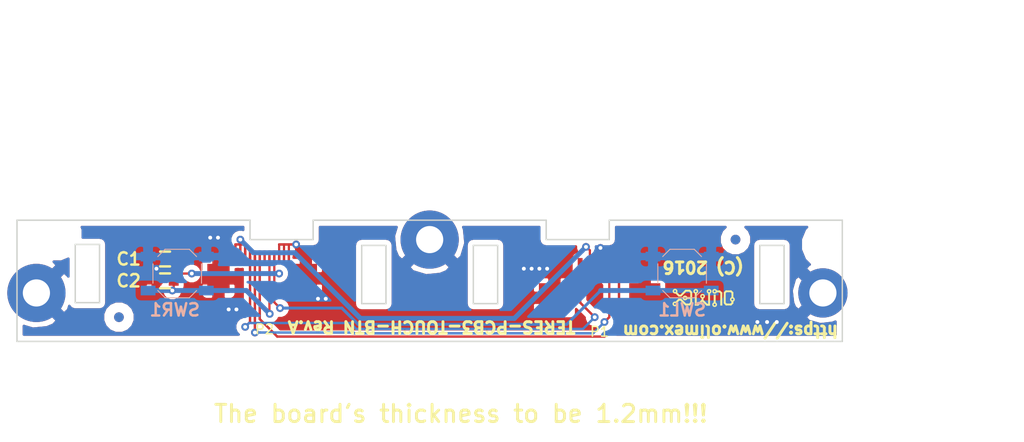
<source format=kicad_pcb>
(kicad_pcb (version 20211014) (generator pcbnew)
  (layers (0 "F.Cu" signal) (31 "B.Cu" signal) (34 "B.Paste" user) (35 "F.Paste" user) (36 "B.SilkS" user "B.Silkscreen") (37 "F.SilkS" user "F.Silkscreen") (38 "B.Mask" user) (39 "F.Mask" user) (44 "Edge.Cuts" user))
  (net 0 "")
  (net 1 "Net-(C1-Pad1)")
  (net 2 "GND")
  (net 3 "Net-(C2-Pad1)")
  (net 4 "Net-(P1-Pad2)")
  (net 5 "Net-(P1-Pad1)")
  (net 6 "Net-(P1-Pad4)")
  (net 7 "Net-(P1-Pad5)")
  (net 8 "Net-(P2-Pad7)")
  (footprint "OLIMEX_Other-FP:Mounting_hole_TERES" (layer "F.Cu") (at 76.5 80)
    (fp_text reference "MountingHole" hide)
    (fp_text value "Mounting_hole_3.3mm" hide)
    (pad "" thru_hole circle locked (at 0.5 0) (size 6 6) (drill 2.8) (layers *.Cu *.Mask) (net 2 "GND") (clearance 1.55))
  )
  (footprint "OLIMEX_Other-FP:Mounting_hole_TERES" (layer "F.Cu") (at 157.5 80)
    (fp_text reference "MountingHole" hide)
    (fp_text value "Mounting_hole_3.3mm" hide)
    (pad "" thru_hole circle locked (at 0.5 0) (size 5.08 5.08) (drill 2.8) (layers *.Cu *.Mask) (net 2 "GND") (clearance 1.55))
  )
  (footprint "OLIMEX_Other-FP:Mounting_hole_TERES" (layer "F.Cu") (at 117 74.5)
    (fp_text reference "MountingHole" hide)
    (fp_text value "Mounting_hole_3.3mm" hide)
    (pad "" thru_hole circle locked (at 0.5 0) (size 6 6) (drill 2.8) (layers *.Cu *.Mask) (net 2 "GND") (clearance 1.55))
  )
  (footprint "OLIMEX_Other-FP:Fiducial1x3_transp" (layer "F.Cu") (at 85.5 82.5)
    (fp_text reference "" (at 0 3) (layer "F.SilkS"))
    (fp_text value "")
    (pad "Fid1" connect circle locked (at 0 0) (size 1 1) (layers "F.Cu" "F.Mask") (clearance 1.016))
  )
  (footprint "OLIMEX_Other-FP:Fiducial1x3_transp" (layer "F.Cu") (at 149 74.5)
    (fp_text reference "" (at 0 3) (layer "F.SilkS"))
    (fp_text value "")
    (pad "Fid1" connect circle locked (at 0 0) (size 1 1) (layers "F.Cu" "F.Mask") (clearance 1.016))
  )
  (footprint "OLIMEX_RLC-FP:C_0603_5MIL_DWS" (layer "F.Cu") (at 90.25 76.5 180)
    (fp_text reference "C1" (at 3.75 0) (layer "F.SilkS") (effects (font (size 1.27 1.27) (thickness 0.254))))
    (fp_text value "10nF")
    (fp_line (start -0.508 -0.762) (end 0.508 -0.762) (layer "F.SilkS") (width 0.254))
    (fp_line (start -0.508 0.762) (end 0.508 0.762) (layer "F.SilkS") (width 0.254))
    (pad "1" smd rect locked (at -0.889 0 180) (size 1.016 1.016) (layers "F.Cu" "F.Paste" "F.Mask") (net 1 "Net-(C1-Pad1)") (clearance 0.0508))
    (pad "2" smd rect locked (at 0.889 0 180) (size 1.016 1.016) (layers "F.Cu" "F.Paste" "F.Mask") (net 2 "GND") (clearance 0.0508))
  )
  (footprint "OLIMEX_RLC-FP:C_0603_5MIL_DWS" (layer "F.Cu") (at 90.25 78.75 180)
    (fp_text reference "C2" (at 3.75 0 180) (layer "F.SilkS") (effects (font (size 1.27 1.27) (thickness 0.254))))
    (fp_text value "10nF")
    (fp_line (start -0.508 -0.762) (end 0.508 -0.762) (layer "F.SilkS") (width 0.254))
    (fp_line (start -0.508 0.762) (end 0.508 0.762) (layer "F.SilkS") (width 0.254))
    (pad "1" smd rect locked (at -0.889 0 180) (size 1.016 1.016) (layers "F.Cu" "F.Paste" "F.Mask") (net 3 "Net-(C2-Pad1)") (clearance 0.0508))
    (pad "2" smd rect locked (at 0.889 0 180) (size 1.016 1.016) (layers "F.Cu" "F.Paste" "F.Mask") (net 2 "GND") (clearance 0.0508))
  )
  (footprint "OLIMEX_Connectors-FP:FLEXCON-0.5-12" (layer "F.Cu") (at 100.25 80.5)
    (fp_text reference "P2" (at 0.25 3.25 180) (layer "F.SilkS"))
    (fp_text value "CONN_01X12")
    (pad "0" smd rect locked (at -4.5 -2) (size 2.3 3) (layers "F.Cu" "F.Paste" "F.Mask") (net 2 "GND"))
    (pad "0" smd rect locked (at 4.5 -2) (size 2.3 3) (layers "F.Cu" "F.Paste" "F.Mask") (net 2 "GND"))
    (pad "1" smd rect locked (at -2.75 -4.25) (size 0.25 1.3) (layers "F.Cu" "F.Paste" "F.Mask") (net 4 "Net-(P1-Pad2)"))
    (pad "2" smd rect locked (at -2.25 -4.25) (size 0.25 1.3) (layers "F.Cu" "F.Paste" "F.Mask") (net 4 "Net-(P1-Pad2)"))
    (pad "3" smd rect locked (at -1.75 -4.25) (size 0.25 1.3) (layers "F.Cu" "F.Paste" "F.Mask") (net 4 "Net-(P1-Pad2)"))
    (pad "4" smd rect locked (at -1.25 -4.25) (size 0.25 1.3) (layers "F.Cu" "F.Paste" "F.Mask") (net 5 "Net-(P1-Pad1)"))
    (pad "5" smd rect locked (at -0.75 -4.25) (size 0.25 1.3) (layers "F.Cu" "F.Paste" "F.Mask") (net 6 "Net-(P1-Pad4)"))
    (pad "6" smd rect locked (at -0.25 -4.25) (size 0.25 1.3) (layers "F.Cu" "F.Paste" "F.Mask") (net 7 "Net-(P1-Pad5)"))
    (pad "7" smd rect locked (at 0.25 -4.25) (size 0.25 1.3) (layers "F.Cu" "F.Paste" "F.Mask") (net 8 "Net-(P2-Pad7)"))
    (pad "8" smd rect locked (at 0.75 -4.25) (size 0.25 1.3) (layers "F.Cu" "F.Paste" "F.Mask") (net 3 "Net-(C2-Pad1)"))
    (pad "9" smd rect locked (at 1.25 -4.25) (size 0.25 1.3) (layers "F.Cu" "F.Paste" "F.Mask") (net 1 "Net-(C1-Pad1)"))
    (pad "10" smd rect locked (at 1.75 -4.25) (size 0.25 1.3) (layers "F.Cu" "F.Paste" "F.Mask") (net 2 "GND"))
    (pad "11" smd rect locked (at 2.25 -4.25) (size 0.25 1.3) (layers "F.Cu" "F.Paste" "F.Mask") (net 2 "GND"))
    (pad "12" smd rect locked (at 2.75 -4.25) (size 0.25 1.3) (layers "F.Cu" "F.Paste" "F.Mask") (net 2 "GND"))
  )
  (footprint "OLIMEX_Other-FP:NPTH_2.2mm" (layer "F.Cu") (at 79 74)
    (fp_text reference "MountingHole" hide)
    (fp_text value "Mounting_hole_2.5mm" hide)
    (pad "" np_thru_hole circle locked (at 0 0) (size 2.2 2.2) (drill 2.2) (layers *.Cu *.Mask) (clearance 1.55))
  )
  (footprint "OLIMEX_Other-FP:NPTH_2.2mm" (layer "F.Cu") (at 158.5 75)
    (fp_text reference "MountingHole" hide)
    (fp_text value "Mounting_hole_2.5mm" hide)
    (pad "" np_thru_hole circle locked (at 0 0) (size 2.2 2.2) (drill 2.2) (layers *.Cu *.Mask) (clearance 1.55))
  )
  (footprint "OLIMEX_Other-FP:via_04_055" (layer "F.Cu") (at 153.25 83)
    (fp_text reference "" hide)
    (fp_text value "")
    (pad "0" thru_hole circle locked (at 0 0) (size 0.55 0.55) (drill 0.4) (layers *.Cu) (net 2 "GND"))
  )
  (footprint "OLIMEX_Other-FP:via_04_055" (layer "F.Cu") (at 152.25 83)
    (fp_text reference "" hide)
    (fp_text value "")
    (pad "0" thru_hole circle locked (at 0 0) (size 0.55 0.55) (drill 0.4) (layers *.Cu) (net 2 "GND"))
  )
  (footprint "OLIMEX_Other-FP:via_04_055" (layer "F.Cu") (at 151.25 83)
    (fp_text reference "" hide)
    (fp_text value "")
    (pad "0" thru_hole circle locked (at 0 0) (size 0.55 0.55) (drill 0.4) (layers *.Cu) (net 2 "GND"))
  )
  (footprint "OLIMEX_Other-FP:via_04_055" (layer "F.Cu") (at 127.2 77.5)
    (fp_text reference "" hide)
    (fp_text value "")
    (pad "0" thru_hole circle locked (at 0 0) (size 0.55 0.55) (drill 0.4) (layers *.Cu) (net 2 "GND"))
  )
  (footprint "OLIMEX_Other-FP:via_04_055" (layer "F.Cu") (at 128 77.5)
    (fp_text reference "" hide)
    (fp_text value "")
    (pad "0" thru_hole circle locked (at 0 0) (size 0.55 0.55) (drill 0.4) (layers *.Cu) (net 2 "GND"))
  )
  (footprint "OLIMEX_Other-FP:via_04_055" (layer "F.Cu") (at 129.6 77.5)
    (fp_text reference "" hide)
    (fp_text value "")
    (pad "0" thru_hole circle locked (at 0 0) (size 0.55 0.55) (drill 0.4) (layers *.Cu) (net 2 "GND"))
  )
  (footprint "OLIMEX_Other-FP:via_04_055" (layer "F.Cu") (at 128.8 77.5)
    (fp_text reference "" hide)
    (fp_text value "")
    (pad "0" thru_hole circle locked (at 0 0) (size 0.55 0.55) (drill 0.4) (layers *.Cu) (net 2 "GND"))
  )
  (footprint "OLIMEX_Other-FP:via_04_055" (layer "F.Cu") (at 97.6 81.7)
    (fp_text reference "" hide)
    (fp_text value "")
    (pad "0" thru_hole circle locked (at 0 0) (size 0.55 0.55) (drill 0.4) (layers *.Cu) (net 2 "GND"))
  )
  (footprint "OLIMEX_Other-FP:via_04_055" (layer "F.Cu") (at 96.8 81.7)
    (fp_text reference "" hide)
    (fp_text value "")
    (pad "0" thru_hole circle locked (at 0 0) (size 0.55 0.55) (drill 0.4) (layers *.Cu) (net 2 "GND"))
  )
  (footprint "OLIMEX_Other-FP:via_04_055" (layer "F.Cu") (at 106.8 80.6)
    (fp_text reference "" hide)
    (fp_text value "")
    (pad "0" thru_hole circle locked (at 0 0) (size 0.55 0.55) (drill 0.4) (layers *.Cu) (net 2 "GND"))
  )
  (footprint "OLIMEX_Other-FP:via_04_055" (layer "F.Cu") (at 106 80.6)
    (fp_text reference "" hide)
    (fp_text value "")
    (pad "0" thru_hole circle locked (at 0 0) (size 0.55 0.55) (drill 0.4) (layers *.Cu) (net 2 "GND"))
  )
  (footprint "OLIMEX_Other-FP:via_04_055" (layer "F.Cu") (at 95.7 74.3)
    (fp_text reference "" hide)
    (fp_text value "")
    (pad "0" thru_hole circle locked (at 0 0) (size 0.55 0.55) (drill 0.4) (layers *.Cu) (net 2 "GND"))
  )
  (footprint "OLIMEX_Other-FP:via_04_055" (layer "F.Cu") (at 94.9 74.3)
    (fp_text reference "" hide)
    (fp_text value "")
    (pad "0" thru_hole circle locked (at 0 0) (size 0.55 0.55) (drill 0.4) (layers *.Cu) (net 2 "GND"))
  )
  (footprint "OLIMEX_LOGOs-FP:OLIMEX_LOGO_SMALL_TB" (layer "F.Cu") (at 145.7325 80.518 180)
    (fp_text reference "")
    (fp_text value "")
    (fp_line (start 1.2954 0.0127) (end 1.2954 -0.4953) (layer "F.SilkS") (width 0.2))
    (fp_line (start -0.64008 -0.69596) (end -0.64008 -0.79248) (layer "F.SilkS") (width 0.0127))
    (fp_line (start 0.9017 -0.7747) (end 0.9017 -0.75946) (layer "F.SilkS") (width 0.0127))
    (fp_line (start 1.8542 0.7493) (end 1.4605 0.7493) (layer "F.SilkS") (width 0.2))
    (fp_line (start 0.91948 -0.79248) (end 0.91948 -0.69596) (layer "F.SilkS") (width 0.0127))
    (fp_line (start -1.8034 -0.6731) (end -1.8034 0.508) (layer "F.SilkS") (width 0.2))
    (fp_line (start 0.6096 -0.6985) (end 0.8255 -0.6985) (layer "F.SilkS") (width 0.2))
    (fp_line (start 0.83312 -0.79248) (end 0.91948 -0.79248) (layer "F.SilkS") (width 0.0127))
    (fp_line (start -1.87706 -0.74422) (end -1.8288 -0.74422) (layer "F.SilkS") (width 0.0625))
    (fp_line (start -1.1176 -0.4572) (end -1.1176 0.254) (layer "F.SilkS") (width 0.2))
    (fp_line (start -1.8923 0.5588) (end -1.905 0.5334) (layer "F.SilkS") (width 0.01))
    (fp_line (start -1.905 -0.7747) (end -1.905 0.5207) (layer "F.SilkS") (width 0.01))
    (fp_line (start -0.58674 -0.77978) (end -0.63246 -0.77978) (layer "F.SilkS") (width 0.0127))
    (fp_line (start 0.88646 -0.77216) (end 0.90678 -0.77216) (layer "F.SilkS") (width 0.0127))
    (fp_line (start 1.4605 0.7493) (end 1.2954 0.5715) (layer "F.SilkS") (width 0.2))
    (fp_line (start -1.21158 0.31496) (end -1.0287 0.31496) (layer "F.SilkS") (width 0.0127))
    (fp_line (start 1.2954 0.5715) (end 1.2954 0) (layer "F.SilkS") (width 0.2))
    (fp_line (start 0.8255 -0.6985) (end 0.8255 0.4318) (layer "F.SilkS") (width 0.2))
    (fp_line (start 0.90932 -0.77724) (end 0.90932 -0.74676) (layer "F.SilkS") (width 0.0127))
    (fp_line (start 2.8448 0.5334) (end 2.5527 0.2413) (layer "F.SilkS") (width 0.2))
    (fp_line (start 2.5654 -0.1778) (end 2.8194 -0.4318) (layer "F.SilkS") (width 0.2))
    (fp_line (start -1.8034 0.508) (end -1.6256 0.6731) (layer "F.SilkS") (width 0.2))
    (fp_line (start -1.21412 0.35306) (end -1.21412 -0.4699) (layer "F.SilkS") (width 0.0127))
    (fp_line (start -2.159 -0.4826) (end -2.159 0.5207) (layer "F.SilkS") (width 0.2))
    (fp_line (start -0.62738 -0.76708) (end -0.61214 -0.76708) (layer "F.SilkS") (width 0.0127))
    (fp_line (start -1.905 0.5461) (end -1.6637 0.7747) (layer "F.SilkS") (width 0.01))
    (fp_line (start 1.2954 -0.4953) (end 1.4732 -0.6731) (layer "F.SilkS") (width 0.2))
    (fp_line (start -0.3175 -0.6985) (end 0.127 -0.254) (layer "F.SilkS") (width 0.2))
    (fp_line (start -2.3114 -0.6713) (end -2.159 -0.5207) (layer "F.SilkS") (width 0.2))
    (fp_line (start 1.7272 0) (end 1.2954 0) (layer "F.SilkS") (width 0.2))
    (fp_line (start -1.21158 0.30226) (end -1.02616 0.30226) (layer "F.SilkS") (width 0.0127))
    (fp_line (start -0.5461 0.4699) (end -0.5461 -0.6985) (layer "F.SilkS") (width 0.2))
    (fp_line (start -1.651 0.7747) (end -1.6637 0.762) (layer "F.SilkS") (width 0.01))
    (fp_line (start -1.8034 -0.7747) (end -1.7018 -0.7747) (layer "F.SilkS") (width 0.01))
    (fp_line (start 1.4732 -0.6731) (end 1.8669 -0.6731) (layer "F.SilkS") (width 0.2))
    (fp_line (start -2.9464 -0.3556) (end -2.9464 -0.5207) (layer "F.SilkS") (width 0.2))
    (fp_line (start 1.8669 -0.6731) (end 2.3622 -0.1778) (layer "F.SilkS") (width 0.2))
    (fp_line (start -2.794 -0.6731) (end -2.3114 -0.6731) (layer "F.SilkS") (width 0.2))
    (fp_line (start 0.87376 -0.78232) (end 0.91186 -0.78232) (layer "F.SilkS") (width 0.0127))
    (fp_line (start -0.62992 -0.7874) (end -0.62992 -0.74676) (layer "F.SilkS") (width 0.0127))
    (fp_line (start -1.6637 0.7747) (end -1.3462 0.7747) (layer "F.SilkS") (width 0.01))
    (fp_line (start -1.21158 0.32766) (end -1.0287 0.32766) (layer "F.SilkS") (width 0.0127))
    (fp_line (start -1.20904 0.34036) (end -1.02616 0.34036) (layer "F.SilkS") (width 0.0127))
    (fp_line (start -1.7018 -0.7747) (end -1.7018 0.4826) (layer "F.SilkS") (width 0.01))
    (fp_line (start -1.905 0.5207) (end -1.905 0.5334) (layer "F.SilkS") (width 0.01))
    (fp_line (start -2.794 0.6858) (end -2.9464 0.5461) (layer "F.SilkS") (width 0.2))
    (fp_line (start -1.905 0.5334) (end -1.905 0.5461) (layer "F.SilkS") (width 0.01))
    (fp_line (start -1.8034 -0.7747) (end -1.905 -0.7747) (layer "F.SilkS") (width 0.01))
    (fp_line (start -1.6256 0.6731) (end -1.3462 0.6731) (layer "F.SilkS") (width 0.2))
    (fp_line (start 2.3622 0.2413) (end 1.8542 0.7493) (layer "F.SilkS") (width 0.2))
    (fp_line (start -1.02362 0.25654) (end -1.02362 0.35306) (layer "F.SilkS") (width 0.0127))
    (fp_line (start 0.127 -0.254) (end 0.127 -0.0508) (layer "F.SilkS") (width 0.2))
    (fp_line (start 2.5527 0.2413) (end 2.3622 0.2413) (layer "F.SilkS") (width 0.2))
    (fp_line (start -1.02362 0.35306) (end -1.21412 0.35306) (layer "F.SilkS") (width 0.0127))
    (fp_line (start -0.64008 -0.79248) (end -0.31242 -0.79248) (layer "F.SilkS") (width 0.0127))
    (fp_line (start -2.2987 0.6858) (end -2.794 0.6858) (layer "F.SilkS") (width 0.2))
    (fp_line (start 0.127 -0.2286) (end 0.6096 -0.6985) (layer "F.SilkS") (width 0.2))
    (fp_line (start -1.78054 -0.74168) (end -1.73228 -0.74168) (layer "F.SilkS") (width 0.0625))
    (fp_line (start -0.5461 -0.6985) (end -0.3175 -0.6985) (layer "F.SilkS") (width 0.2))
    (fp_line (start -1.89738 -0.77216) (end -1.89738 -0.6985) (layer "F.SilkS") (width 0.0127))
    (fp_line (start -2.9464 0.0762) (end -2.9464 0.5207) (layer "F.SilkS") (width 0.2))
    (fp_line (start -2.2987 0.6858) (end -2.159 0.5461) (layer "F.SilkS") (width 0.2))
    (fp_line (start -2.9464 -0.5207) (end -2.794 -0.6731) (layer "F.SilkS") (width 0.2))
    (fp_line (start -1.71196 -0.77216) (end -1.71196 -0.69342) (layer "F.SilkS") (width 0.0127))
    (fp_line (start 2.3622 -0.1778) (end 2.5654 -0.1778) (layer "F.SilkS") (width 0.2))
    (fp_circle (center 0.127 0.1778) (end 0.2286 0.0381) (layer "F.SilkS") (width 0.15) (fill none))
    (fp_circle (center -0.5461 0.6858) (end -0.4445 0.5461) (layer "F.SilkS") (width 0.15) (fill none))
    (fp_circle (center 2.9591 0.6985) (end 3.0607 0.5588) (layer "F.SilkS") (width 0.15) (fill none))
    (fp_circle (center 2.9718 -0.6096) (end 3.0734 -0.7493) (layer "F.SilkS") (width 0.15) (fill none))
    (fp_circle (center 1.9304 0) (end 2.032 -0.1397) (layer "F.SilkS") (width 0.15) (fill none))
    (fp_circle (center -1.1176 -0.6858) (end -1.016 -0.8255) (layer "F.SilkS") (width 0.15) (fill none))
    (fp_circle (center 0.8255 0.6858) (end 0.9271 0.5461) (layer "F.SilkS") (width 0.15) (fill none))
    (fp_circle (center -1.1176 0.6858) (end -1.016 0.5461) (layer "F.SilkS") (width 0.15) (fill none))
    (fp_circle (center -2.9464 -0.1524) (end -2.8448 -0.2921) (layer "F.SilkS") (width 0.15) (fill none))
  )
  (footprint "OLIMEX_Connectors-FP:FLEXCONN-WZA25-05" (layer "F.Cu") (at 135 82)
    (fp_text reference "P1" (at 0 2 180) (layer "F.SilkS"))
    (fp_text value "CONN_01X05")
    (pad "0" smd rect locked (at -4.65 -1.5) (size 3.2 3) (layers "F.Cu" "F.Paste" "F.Mask") (net 2 "GND"))
    (pad "0" smd rect locked (at 4.65 -1.5) (size 3.2 3) (layers "F.Cu" "F.Paste" "F.Mask") (net 2 "GND"))
    (pad "1" smd rect locked (at -2 -4.5) (size 0.5 2.2) (layers "F.Cu" "F.Paste" "F.Mask") (net 5 "Net-(P1-Pad1)"))
    (pad "2" smd rect locked (at -1 -4.5) (size 0.5 2.2) (layers "F.Cu" "F.Paste" "F.Mask") (net 4 "Net-(P1-Pad2)"))
    (pad "3" smd rect locked (at 0 -4.5) (size 0.5 2.2) (layers "F.Cu" "F.Paste" "F.Mask") (net 2 "GND"))
    (pad "4" smd rect locked (at 1 -4.5) (size 0.5 2.2) (layers "F.Cu" "F.Paste" "F.Mask") (net 6 "Net-(P1-Pad4)"))
    (pad "5" smd rect locked (at 2 -4.5) (size 0.5 2.2) (layers "F.Cu" "F.Paste" "F.Mask") (net 7 "Net-(P1-Pad5)"))
  )
  (footprint "OLIMEX_Other-FP:Fiducial1x3_transp" (layer "B.Cu") (at 149 74.5)
    (fp_text reference "" (at 0 -3) (layer "B.SilkS") (effects (justify mirror)))
    (fp_text value "")
    (pad "Fid1" connect circle locked (at 0 0) (size 1 1) (layers "B.Cu" "B.Mask") (clearance 1.016))
  )
  (footprint "OLIMEX_Other-FP:Fiducial1x3_transp" (layer "B.Cu") (at 85.5 82.5)
    (fp_text reference "" (at 0 -3) (layer "B.SilkS") (effects (justify mirror)))
    (fp_text value "")
    (pad "Fid1" connect circle locked (at 0 0) (size 1 1) (layers "B.Cu" "B.Mask") (clearance 1.016))
  )
  (footprint "OLIMEX_Buttons-FP:tacktil_5x5_teres" (layer "B.Cu") (at 91.5 78)
    (fp_text reference "SWR1" (at -0.25 3.75) (layer "B.SilkS") (effects (font (size 1.27 1.27) (thickness 0.254)) (justify mirror)))
    (fp_text value "SW_PUSH")
    (fp_line (start 1.25 2.5) (end 2 1.75) (layer "B.SilkS") (width 0.1))
    (fp_line (start 1.25 -2.5) (end 2 -1.75) (layer "B.SilkS") (width 0.1))
    (fp_line (start -1.25 -2.5) (end 1.25 -2.5) (layer "B.SilkS") (width 0.1))
    (fp_line (start 2.5 0) (end 2.5 1) (layer "B.SilkS") (width 0.1))
    (fp_line (start 2.5 0) (end 2.5 -1) (layer "B.SilkS") (width 0.1))
    (fp_line (start 1.25 2.5) (end -1.25 2.5) (layer "B.SilkS") (width 0.1))
    (fp_line (start -2.5 1) (end -2.5 -1) (layer "B.SilkS") (width 0.1))
    (fp_line (start -1.25 2.5) (end -2 1.75) (layer "B.SilkS") (width 0.1))
    (fp_line (start -1.25 -2.5) (end -2 -1.75) (layer "B.SilkS") (width 0.1))
    (pad "1" smd rect locked (at -3 1.75) (size 1.524 1) (layers "B.Cu" "B.Paste" "B.Mask") (net 3 "Net-(C2-Pad1)"))
    (pad "1" smd rect locked (at 3 1.75) (size 1.524 1) (layers "B.Cu" "B.Paste" "B.Mask") (net 3 "Net-(C2-Pad1)"))
    (pad "2" smd rect locked (at 3 -1.75) (size 1.524 1) (layers "B.Cu" "B.Paste" "B.Mask") (net 2 "GND"))
    (pad "2" smd rect locked (at -3 -1.75) (size 1.524 1) (layers "B.Cu" "B.Paste" "B.Mask") (net 2 "GND"))
  )
  (footprint "OLIMEX_Buttons-FP:tacktil_5x5_teres" (layer "B.Cu") (at 143.5 78)
    (fp_text reference "SWL1" (at 0 3.75) (layer "B.SilkS") (effects (font (size 1.27 1.27) (thickness 0.254)) (justify mirror)))
    (fp_text value "SW_PUSH")
    (fp_line (start -1.25 2.5) (end -2 1.75) (layer "B.SilkS") (width 0.1))
    (fp_line (start 2.5 0) (end 2.5 -1) (layer "B.SilkS") (width 0.1))
    (fp_line (start -2.5 1) (end -2.5 -1) (layer "B.SilkS") (width 0.1))
    (fp_line (start 1.25 -2.5) (end 2 -1.75) (layer "B.SilkS") (width 0.1))
    (fp_line (start -1.25 -2.5) (end 1.25 -2.5) (layer "B.SilkS") (width 0.1))
    (fp_line (start 1.25 2.5) (end 2 1.75) (layer "B.SilkS") (width 0.1))
    (fp_line (start 1.25 2.5) (end -1.25 2.5) (layer "B.SilkS") (width 0.1))
    (fp_line (start -1.25 -2.5) (end -2 -1.75) (layer "B.SilkS") (width 0.1))
    (fp_line (start 2.5 0) (end 2.5 1) (layer "B.SilkS") (width 0.1))
    (pad "1" smd rect locked (at 3 1.75) (size 1.524 1) (layers "B.Cu" "B.Paste" "B.Mask") (net 1 "Net-(C1-Pad1)"))
    (pad "1" smd rect locked (at -3 1.75) (size 1.524 1) (layers "B.Cu" "B.Paste" "B.Mask") (net 1 "Net-(C1-Pad1)"))
    (pad "2" smd rect locked (at 3 -1.75) (size 1.524 1) (layers "B.Cu" "B.Paste" "B.Mask") (net 2 "GND"))
    (pad "2" smd rect locked (at -3 -1.75) (size 1.524 1) (layers "B.Cu" "B.Paste" "B.Mask") (net 2 "GND"))
  )
  (gr_line (start 113 81.1) (end 110.5 81.1) (layer "Edge.Cuts") (width 0.15))
  (gr_line (start 113 75.1) (end 113 81.1) (layer "Edge.Cuts") (width 0.15))
  (gr_line (start 110.5 75.1) (end 113 75.1) (layer "Edge.Cuts") (width 0.15))
  (gr_line (start 110.5 81.1) (end 110.5 75.1) (layer "Edge.Cuts") (width 0.15))
  (gr_line (start 154 81.1) (end 151.5 81.1) (layer "Edge.Cuts") (width 0.15))
  (gr_line (start 151.5 75.1) (end 154 75.1) (layer "Edge.Cuts") (width 0.15))
  (gr_line (start 154 75.1) (end 154 81.1) (layer "Edge.Cuts") (width 0.15))
  (gr_line (start 151.5 81.1) (end 151.5 75.1) (layer "Edge.Cuts") (width 0.15))
  (gr_line (start 122 75.1) (end 124.5 75.1) (layer "Edge.Cuts") (width 0.15))
  (gr_line (start 124.5 81.1) (end 122 81.1) (layer "Edge.Cuts") (width 0.15))
  (gr_line (start 122 81.1) (end 122 75.1) (layer "Edge.Cuts") (width 0.15))
  (gr_line (start 124.5 75.1) (end 124.5 81.1) (layer "Edge.Cuts") (width 0.15))
  (gr_line (start 105.5 72.5) (end 129.5 72.5) (layer "Edge.Cuts") (width 0.15))
  (gr_line (start 105.5 74.5) (end 105.5 72.5) (layer "Edge.Cuts") (width 0.15))
  (gr_line (start 160 72.5) (end 160 85) (layer "Edge.Cuts") (width 0.15))
  (gr_line (start 136 72.5) (end 160 72.5) (layer "Edge.Cuts") (width 0.15))
  (gr_line (start 99 72.5) (end 99 74.5) (layer "Edge.Cuts") (width 0.15))
  (gr_line (start 75 85) (end 75 72.5) (layer "Edge.Cuts") (width 0.15))
  (gr_line (start 83.5 81) (end 81 81) (layer "Edge.Cuts") (width 0.15))
  (gr_line (start 83.5 75) (end 83.5 81) (layer "Edge.Cuts") (width 0.15))
  (gr_line (start 129.5 72.5) (end 129.5 74.5) (layer "Edge.Cuts") (width 0.15))
  (gr_line (start 136 74.5) (end 136 72.5) (layer "Edge.Cuts") (width 0.15))
  (gr_line (start 81 75) (end 83.5 75) (layer "Edge.Cuts") (width 0.15))
  (gr_line (start 129.5 74.5) (end 136 74.5) (layer "Edge.Cuts") (width 0.15))
  (gr_line (start 99 74.5) (end 105.5 74.5) (layer "Edge.Cuts") (width 0.15))
  (gr_line (start 75 85) (end 160 85) (layer "Edge.Cuts") (width 0.15))
  (gr_line (start 75 72.5) (end 99 72.5) (layer "Edge.Cuts") (width 0.15))
  (gr_line (start 81 81) (end 81 75) (layer "Edge.Cuts") (width 0.15))
  (gr_text "TERES-PCB3-TOUCH-BTN Rev.A" (at 117.7 83.5 180) (layer "F.SilkS") (effects (font (size 1.2 1.2) (thickness 0.3))))
  (gr_text "The board's thickness to be 1.2mm!!!" (at 120.7135 92.456) (layer "F.SilkS") (effects (font (size 1.778 1.778) (thickness 0.3))))
  (gr_text "(C) 2016" (at 145.669 77.343 180) (layer "F.SilkS") (effects (font (size 1.2 1.2) (thickness 0.3))))
  (gr_text "https://www.olimex.com" (at 148.463 83.947 180) (layer "F.SilkS") (effects (font (size 1.2 1.2) (thickness 0.3))))
  (segment (start 102 78) (end 101.5 78) (width 0.2286) (layer "F.Cu") (net 1))
  (segment (start 101.5 78) (end 101.5 80.968042) (width 0.2286) (layer "F.Cu") (net 1))
  (segment (start 101.5 76.25) (end 101.5 78) (width 0.2286) (layer "F.Cu") (net 1))
  (segment (start 91.139 77.2366) (end 91.9024 78) (width 0.2286) (layer "F.Cu") (net 1))
  (segment (start 91.9024 78) (end 93 78) (width 0.2286) (layer "F.Cu") (net 1))
  (segment (start 101.5 80.968042) (end 101.691529 81.159571) (width 0.2286) (layer "F.Cu") (net 1))
  (segment (start 91.139 76.5) (end 91.139 77.2366) (width 0.2286) (layer "F.Cu") (net 1))
  (segment (start 101.691529 81.159571) (end 102.091528 81.55957) (width 0.2286) (layer "F.Cu") (net 1))
  (via (at 102 78) (size 0.8) (drill 0.4) (layers "F.Cu" "B.Cu") (net 1))
  (via (at 102.091528 81.55957) (size 0.8) (drill 0.4) (layers "F.Cu" "B.Cu") (net 1))
  (via (at 93 78) (size 0.8) (drill 0.4) (layers "F.Cu" "B.Cu") (net 1))
  (segment (start 108.451976 81.55957) (end 102.657213 81.55957) (width 0.3048) (layer "B.Cu") (net 1))
  (segment (start 93 78) (end 102 78) (width 0.508) (layer "B.Cu") (net 1))
  (segment (start 135.108908 79.75) (end 131.625534 83.233374) (width 0.3048) (layer "B.Cu") (net 1))
  (segment (start 131.625534 83.233374) (end 110.12578 83.233374) (width 0.3048) (layer "B.Cu") (net 1))
  (segment (start 145.23 79.75) (end 140.5 79.75) (width 0.508) (layer "B.Cu") (net 1))
  (segment (start 102.657213 81.55957) (end 102.091528 81.55957) (width 0.3048) (layer "B.Cu") (net 1))
  (segment (start 140.5 79.75) (end 135.108908 79.75) (width 0.508) (layer "B.Cu") (net 1))
  (segment (start 110.12578 83.233374) (end 108.451976 81.55957) (width 0.3048) (layer "B.Cu") (net 1))
  (segment (start 146.5 79.75) (end 145.23 79.75) (width 0.508) (layer "B.Cu") (net 1))
  (segment (start 89.361 76.5) (end 89.361 77.5) (width 0.2286) (layer "F.Cu") (net 2))
  (segment (start 102 75) (end 103.75 75) (width 0.2286) (layer "F.Cu") (net 2))
  (segment (start 89.361 77.5) (end 89.361 78.75) (width 0.2286) (layer "F.Cu") (net 2))
  (segment (start 102 75.75) (end 102 75) (width 0.2286) (layer "F.Cu") (net 2))
  (segment (start 102 75) (end 103 75) (width 0.25) (layer "F.Cu") (net 2))
  (segment (start 135.009459 76) (end 135.088658 75.920801) (width 0.3048) (layer "F.Cu") (net 2))
  (segment (start 102 76.25) (end 102 75.75) (width 0.2286) (layer "F.Cu") (net 2))
  (segment (start 135 76) (end 135.009459 76) (width 0.3048) (layer "F.Cu") (net 2))
  (segment (start 102.5 76.25) (end 102.5 75) (width 0.2286) (layer "F.Cu") (net 2))
  (segment (start 102 76.25) (end 102 76.75) (width 0.25) (layer "F.Cu") (net 2))
  (segment (start 135.088658 75.920801) (end 135.088658 75.355116) (width 0.3048) (layer "F.Cu") (net 2))
  (segment (start 103 76.25) (end 103 75) (width 0.2286) (layer "F.Cu") (net 2))
  (segment (start 103 75) (end 103.75 75) (width 0.2286) (layer "F.Cu") (net 2))
  (segment (start 102.5 75) (end 103 75) (width 0.2286) (layer "F.Cu") (net 2))
  (via (at 89.361 77.5) (size 0.8) (drill 0.4) (layers "F.Cu" "B.Cu") (net 2))
  (via (at 103.75 75) (size 0.8) (drill 0.4) (layers "F.Cu" "B.Cu") (net 2))
  (via (at 135.088658 75.355116) (size 0.8) (drill 0.4) (layers "F.Cu" "B.Cu") (net 2))
  (segment (start 135.983542 76.25) (end 135.488657 75.755115) (width 0.3048) (layer "B.Cu") (net 2))
  (segment (start 88.5 76.25) (end 88.5 76.639) (width 0.2286) (layer "B.Cu") (net 2))
  (segment (start 135.488657 75.755115) (end 135.088658 75.355116) (width 0.3048) (layer "B.Cu") (net 2))
  (segment (start 140.5 76.25) (end 135.983542 76.25) (width 0.3048) (layer "B.Cu") (net 2))
  (segment (start 88.5 76.25) (end 94.5 76.25) (width 0.508) (layer "B.Cu") (net 2))
  (segment (start 140.5 76.25) (end 141.77 76.25) (width 0.508) (layer "B.Cu") (net 2))
  (segment (start 88.5 76.639) (end 89.361 77.5) (width 0.2286) (layer "B.Cu") (net 2))
  (segment (start 141.77 76.25) (end 146.5 76.25) (width 0.508) (layer "B.Cu") (net 2))
  (segment (start 91.139 79.611) (end 91 79.75) (width 0.2286) (layer "F.Cu") (net 3))
  (segment (start 91.139 78.75) (end 91.139 79.611) (width 0.2286) (layer "F.Cu") (net 3))
  (segment (start 101 76.25) (end 101 82.127616) (width 0.2286) (layer "F.Cu") (net 3))
  (segment (start 101 82.127616) (end 101.028655 82.156271) (width 0.2286) (layer "F.Cu") (net 3))
  (via (at 101.028655 82.156271) (size 0.8) (drill 0.4) (layers "F.Cu" "B.Cu") (net 3))
  (via (at 91 79.75) (size 0.8) (drill 0.4) (layers "F.Cu" "B.Cu") (net 3))
  (segment (start 94.5 79.75) (end 98.622384 79.75) (width 0.508) (layer "B.Cu") (net 3))
  (segment (start 91 79.75) (end 94.5 79.75) (width 0.2286) (layer "B.Cu") (net 3))
  (segment (start 89.4906 79.75) (end 91 79.75) (width 0.2286) (layer "B.Cu") (net 3))
  (segment (start 88.5 79.75) (end 89.4906 79.75) (width 0.2286) (layer "B.Cu") (net 3))
  (segment (start 88.5 79.75) (end 94.5 79.75) (width 0.508) (layer "B.Cu") (net 3))
  (segment (start 98.622384 79.75) (end 100.628656 81.756272) (width 0.508) (layer "B.Cu") (net 3))
  (segment (start 100.628656 81.756272) (end 101.028655 82.156271) (width 0.508) (layer "B.Cu") (net 3))
  (segment (start 98 76.25) (end 98 75) (width 0.25) (layer "F.Cu") (net 4))
  (segment (start 133.65 75.25) (end 133.6 75.25) (width 0.2286) (layer "F.Cu") (net 4))
  (segment (start 134 77.934315) (end 134 75.6) (width 0.2286) (layer "F.Cu") (net 4))
  (segment (start 134 75.6) (end 133.65 75.25) (width 0.2286) (layer "F.Cu") (net 4))
  (segment (start 97.5 75) (end 98 75) (width 0.25) (layer "F.Cu") (net 4))
  (segment (start 98 75) (end 98 74.5) (width 0.2286) (layer "F.Cu") (net 4))
  (segment (start 98 75) (end 98.5 75) (width 0.25) (layer "F.Cu") (net 4))
  (segment (start 98.5 75) (end 98.5 76.25) (width 0.25) (layer "F.Cu") (net 4))
  (segment (start 97.5 76.25) (end 97.5 75) (width 0.25) (layer "F.Cu") (net 4))
  (via (at 133.6 75.25) (size 0.8) (drill 0.4) (layers "F.Cu" "B.Cu") (net 4))
  (via (at 98 74.5) (size 0.8) (drill 0.4) (layers "F.Cu" "B.Cu") (net 4))
  (segment (start 99.354001 75.854001) (end 103.604001 75.854001) (width 0.508) (layer "B.Cu") (net 4))
  (segment (start 110.376964 82.626964) (end 126.223036 82.626964) (width 0.508) (layer "B.Cu") (net 4))
  (segment (start 103.604001 75.854001) (end 110.376964 82.626964) (width 0.508) (layer "B.Cu") (net 4))
  (segment (start 98 74.5) (end 99.354001 75.854001) (width 0.508) (layer "B.Cu") (net 4))
  (segment (start 133.200001 75.649999) (end 133.6 75.25) (width 0.508) (layer "B.Cu") (net 4))
  (segment (start 126.223036 82.626964) (end 133.200001 75.649999) (width 0.508) (layer "B.Cu") (net 4))
  (segment (start 98.5 83.5) (end 99 83) (width 0.25) (layer "F.Cu") (net 5))
  (segment (start 133 81) (end 134.5 82.5) (width 0.25) (layer "F.Cu") (net 5))
  (segment (start 133 81) (end 133 77.5) (width 0.25) (layer "F.Cu") (net 5))
  (segment (start 99 83) (end 99 76.25) (width 0.25) (layer "F.Cu") (net 5))
  (via (at 134.5 82.5) (size 0.8) (drill 0.4) (layers "F.Cu" "B.Cu") (net 5))
  (via (at 98.5 83.5) (size 0.8) (drill 0.4) (layers "F.Cu" "B.Cu") (net 5))
  (segment (start 133.289216 83.710784) (end 109.92803 83.710784) (width 0.25) (layer "B.Cu") (net 5))
  (segment (start 109.317247 83.100001) (end 98.899999 83.100001) (width 0.25) (layer "B.Cu") (net 5))
  (segment (start 134.5 82.5) (end 133.289216 83.710784) (width 0.25) (layer "B.Cu") (net 5))
  (segment (start 98.899999 83.100001) (end 98.5 83.5) (width 0.25) (layer "B.Cu") (net 5))
  (segment (start 109.92803 83.710784) (end 109.317247 83.100001) (width 0.25) (layer "B.Cu") (net 5))
  (segment (start 136 82.5) (end 135.5 83) (width 0.25) (layer "F.Cu") (net 6))
  (segment (start 99.5 76.25) (end 99.5 84.080702) (width 0.25) (layer "F.Cu") (net 6))
  (segment (start 136 77.5) (end 136 82.5) (width 0.2286) (layer "F.Cu") (net 6))
  (via (at 135.5 83) (size 0.8) (drill 0.4) (layers "F.Cu" "B.Cu") (net 6))
  (via (at 99.5 84.080702) (size 0.8) (drill 0.4) (layers "F.Cu" "B.Cu") (net 6))
  (segment (start 100.065685 84.080702) (end 99.5 84.080702) (width 0.25) (layer "B.Cu") (net 6))
  (segment (start 109.661538 84.080702) (end 100.065685 84.080702) (width 0.25) (layer "B.Cu") (net 6))
  (segment (start 109.741629 84.160793) (end 109.661538 84.080702) (width 0.25) (layer "B.Cu") (net 6))
  (segment (start 135.5 83) (end 134.339207 84.160793) (width 0.25) (layer "B.Cu") (net 6))
  (segment (start 134.339207 84.160793) (end 109.741629 84.160793) (width 0.25) (layer "B.Cu") (net 6))
  (segment (start 100 82.694762) (end 101.805238 84.5) (width 0.25) (layer "F.Cu") (net 7))
  (segment (start 137 83) (end 137 77.5) (width 0.25) (layer "F.Cu") (net 7))
  (segment (start 135.5 84.5) (end 137 83) (width 0.25) (layer "F.Cu") (net 7))
  (segment (start 101.805238 84.5) (end 135.5 84.5) (width 0.25) (layer "F.Cu") (net 7))
  (segment (start 100 76.25) (end 100 82.694762) (width 0.25) (layer "F.Cu") (net 7))
  (zone (net 2) (net_name "GND") (layer "F.Cu") (connect_pads (clearance 0.508)) (min_thickness 0.254) (fill yes (thermal_gap 0.508) (thermal_bridge_width 1.27))
    (polygon (pts (xy 73.75 71.463965) (xy 161.5 71.213965) (xy 161.5 85.963965) (xy 73.25 86.463965) (xy 73.5 71.463965)))
  )
  (zone (net 0) (net_name "") (layer "F.Cu") (connect_pads (clearance 0)) (min_thickness 0.254)
    (keepout (tracks allowed) (vias allowed) (pads allowed) (copperpour not_allowed) (footprints allowed))
    (fill (thermal_gap 0.508) (thermal_bridge_width 0.508))
    (polygon (pts (xy 103.5 75.5) (xy 103.25 77.05) (xy 102.3 76.95) (xy 102.3 75.45)))
  )
  (zone (net 2) (net_name "GND") (layer "B.Cu") (connect_pads (clearance 0.508)) (min_thickness 0.254) (fill yes (thermal_gap 0.508) (thermal_bridge_width 1.27))
    (polygon (pts (xy 73.75 71.5) (xy 161.5 71.25) (xy 161.5 86) (xy 73.25 86.5) (xy 73.5 71.5)))
  )
)
</source>
